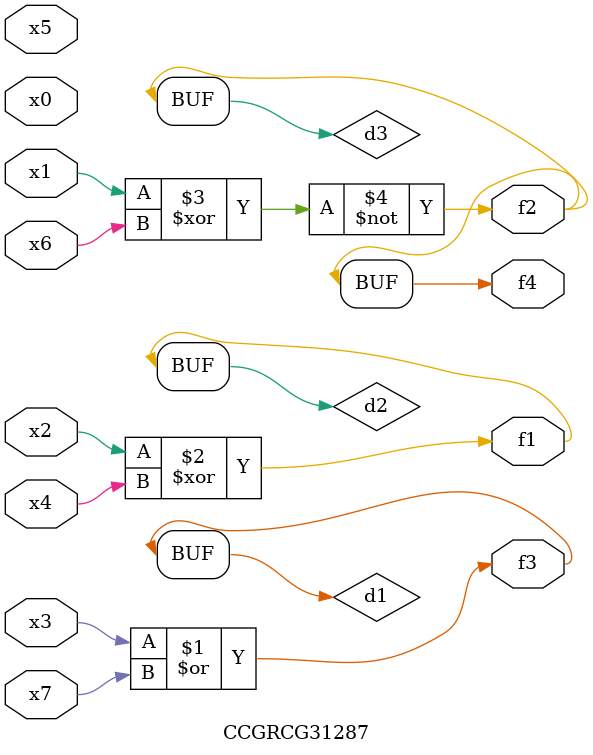
<source format=v>
module CCGRCG31287(
	input x0, x1, x2, x3, x4, x5, x6, x7,
	output f1, f2, f3, f4
);

	wire d1, d2, d3;

	or (d1, x3, x7);
	xor (d2, x2, x4);
	xnor (d3, x1, x6);
	assign f1 = d2;
	assign f2 = d3;
	assign f3 = d1;
	assign f4 = d3;
endmodule

</source>
